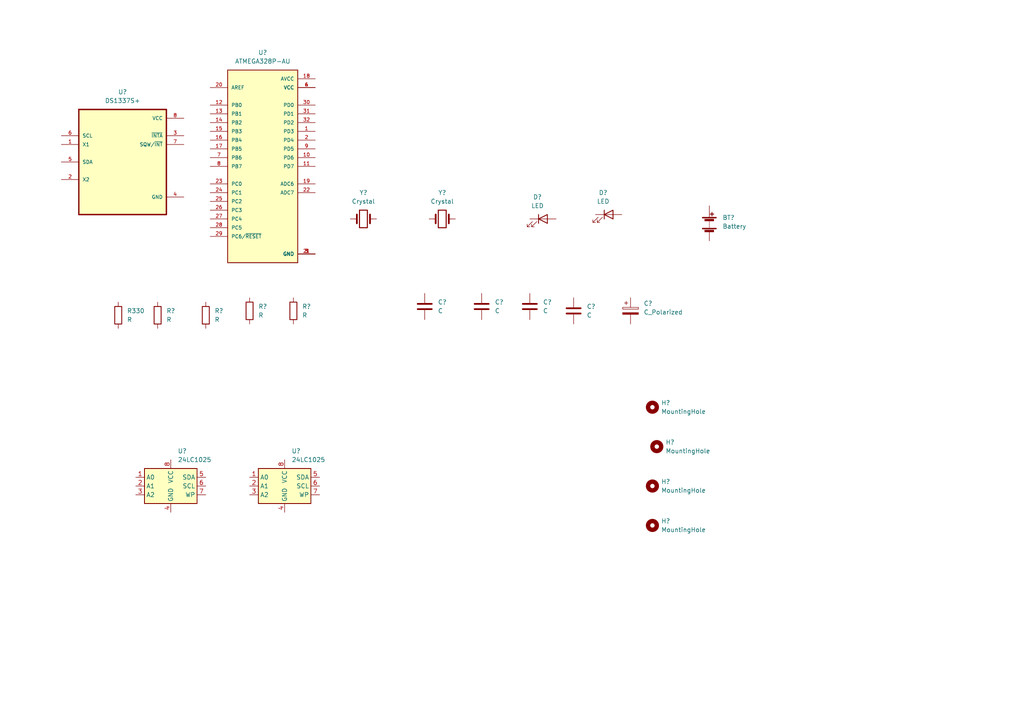
<source format=kicad_sch>
(kicad_sch (version 20211123) (generator eeschema)
  (paper "A4")
  (title_block (title "${project_name}") (date "2022-10-12") (rev "1"))
  (lib_symbols
    (symbol "ATMEGA328P-AU:ATMEGA328P-AU" (pin_names (offset 1.016))
      (property "Reference" "U" (at -10.1854 29.2608 0))
      (property "Value" "ATMEGA328P-AU" (at -10.16 -31.7754 0))
      (symbol "ATMEGA328P-AU_0_0"
        (rectangle (start -10.16 -27.94) (end 10.16 27.94) (stroke (width 0.254)) (fill (type background)))
        (pin bidirectional line (at 15.24 10.16 180) (length 5.08) (name "PD3") (number "1"))
        (pin bidirectional line (at 15.24 2.54 180) (length 5.08) (name "PD6") (number "10"))
        (pin bidirectional line (at 15.24 0 180) (length 5.08) (name "PD7") (number "11"))
        (pin bidirectional line (at -15.24 17.78 0) (length 5.08) (name "PB0") (number "12"))
        (pin bidirectional line (at -15.24 15.24 0) (length 5.08) (name "PB1") (number "13"))
        (pin bidirectional line (at -15.24 12.7 0) (length 5.08) (name "PB2") (number "14"))
        (pin bidirectional line (at -15.24 10.16 0) (length 5.08) (name "PB3") (number "15"))
        (pin bidirectional line (at -15.24 7.62 0) (length 5.08) (name "PB4") (number "16"))
        (pin bidirectional line (at -15.24 5.08 0) (length 5.08) (name "PB5") (number "17"))
        (pin power_in line (at 15.24 25.4 180) (length 5.08) (name "AVCC") (number "18"))
        (pin bidirectional line (at 15.24 -5.08 180) (length 5.08) (name "ADC6") (number "19"))
        (pin bidirectional line (at 15.24 7.62 180) (length 5.08) (name "PD4") (number "2"))
        (pin input line (at -15.24 22.86 0) (length 5.08) (name "AREF") (number "20"))
        (pin power_in line (at 15.24 -25.4 180) (length 5.08) (name "GND") (number "21"))
        (pin bidirectional line (at 15.24 -7.62 180) (length 5.08) (name "ADC7") (number "22"))
        (pin bidirectional line (at -15.24 -5.08 0) (length 5.08) (name "PC0") (number "23"))
        (pin bidirectional line (at -15.24 -7.62 0) (length 5.08) (name "PC1") (number "24"))
        (pin bidirectional line (at -15.24 -10.16 0) (length 5.08) (name "PC2") (number "25"))
        (pin bidirectional line (at -15.24 -12.7 0) (length 5.08) (name "PC3") (number "26"))
        (pin bidirectional line (at -15.24 -15.24 0) (length 5.08) (name "PC4") (number "27"))
        (pin bidirectional line (at -15.24 -17.78 0) (length 5.08) (name "PC5") (number "28"))
        (pin bidirectional line (at -15.24 -20.32 0) (length 5.08) (name "PC6/~{RESET}") (number "29"))
        (pin power_in line (at 15.24 -25.4 180) (length 5.08) (name "GND") (number "3"))
        (pin bidirectional line (at 15.24 17.78 180) (length 5.08) (name "PD0") (number "30"))
        (pin bidirectional line (at 15.24 15.24 180) (length 5.08) (name "PD1") (number "31"))
        (pin bidirectional line (at 15.24 12.7 180) (length 5.08) (name "PD2") (number "32"))
        (pin power_in line (at 15.24 22.86 180) (length 5.08) (name "VCC") (number "4"))
        (pin power_in line (at 15.24 -25.4 180) (length 5.08) (name "GND") (number "5"))
        (pin power_in line (at 15.24 22.86 180) (length 5.08) (name "VCC") (number "6"))
        (pin bidirectional line (at -15.24 2.54 0) (length 5.08) (name "PB6") (number "7"))
        (pin bidirectional line (at -15.24 0 0) (length 5.08) (name "PB7") (number "8"))
        (pin bidirectional line (at 15.24 5.08 180) (length 5.08) (name "PD5") (number "9"))
      )
    )
    (symbol "DS1337S_:DS1337S+" (pin_names (offset 1.016))
      (property "Reference" "U" (at -12.7 16.2306 0))
      (property "Value" "DS1337S+" (at -12.7 -19.2278 0))
      (symbol "DS1337S+_0_0"
        (rectangle (start -12.7 -15.24) (end 12.7 15.24) (stroke (width 0.4064)) (fill (type background)))
        (pin input line (at -17.78 5.08 0) (length 5.08) (name "X1") (number "1"))
        (pin bidirectional line (at -17.78 -5.08 0) (length 5.08) (name "X2") (number "2"))
        (pin output line (at 17.78 7.62 180) (length 5.08) (name "~{INTA}") (number "3"))
        (pin power_in line (at 17.78 -10.16 180) (length 5.08) (name "GND") (number "4"))
        (pin bidirectional line (at -17.78 0 0) (length 5.08) (name "SDA") (number "5"))
        (pin input line (at -17.78 7.62 0) (length 5.08) (name "SCL") (number "6"))
        (pin output line (at 17.78 5.08 180) (length 5.08) (name "SQW/~{INT}") (number "7"))
        (pin power_in line (at 17.78 12.7 180) (length 5.08) (name "VCC") (number "8"))
      )
    )
    (symbol "Device:Battery" (pin_numbers hide) (pin_names (offset 0) hide)
      (property "Reference" "BT" (at 2.54 2.54 0))
      (property "Value" "Battery" (at 2.54 0 0))
      (symbol "Battery_0_1"
        (rectangle (start -2.032 -1.397) (end 2.032 -1.651) (fill (type outline)))
        (rectangle (start -2.032 1.778) (end 2.032 1.524) (fill (type outline)))
        (rectangle (start -1.3208 -1.9812) (end 1.27 -2.4892) (fill (type outline)))
        (rectangle (start -1.3208 1.1938) (end 1.27 0.6858) (fill (type outline)))
        (polyline (pts (xy 0 -1.524) (xy 0 -1.27)))
        (polyline (pts (xy 0 -1.016) (xy 0 -0.762)))
        (polyline (pts (xy 0 -0.508) (xy 0 -0.254)))
        (polyline (pts (xy 0 0) (xy 0 0.254)))
        (polyline (pts (xy 0 0.508) (xy 0 0.762)))
        (polyline (pts (xy 0 1.778) (xy 0 2.54)))
        (polyline (pts (xy 0.254 2.667) (xy 1.27 2.667)) (stroke (width 0.254)))
        (polyline (pts (xy 0.762 3.175) (xy 0.762 2.159)) (stroke (width 0.254)))
      )
      (symbol "Battery_1_1"
        (pin passive line (at 0 5.08 270) (length 2.54) (name "+") (number "1"))
        (pin passive line (at 0 -5.08 90) (length 2.54) (name "-") (number "2"))
      )
    )
    (symbol "Device:C" (pin_numbers hide) (pin_names (offset 0.254))
      (property "Reference" "C" (at 0.635 2.54 0))
      (property "Value" "C" (at 0.635 -2.54 0))
      (symbol "C_0_1"
        (polyline (pts (xy -2.032 -0.762) (xy 2.032 -0.762)) (stroke (width 0.508)))
        (polyline (pts (xy -2.032 0.762) (xy 2.032 0.762)) (stroke (width 0.508)))
      )
      (symbol "C_1_1"
        (pin passive line (at 0 3.81 270) (length 2.794) (name "~") (number "1"))
        (pin passive line (at 0 -3.81 90) (length 2.794) (name "~") (number "2"))
      )
    )
    (symbol "Device:C_Polarized" (pin_numbers hide) (pin_names (offset 0.254))
      (property "Reference" "C" (at 0.635 2.54 0))
      (property "Value" "C_Polarized" (at 0.635 -2.54 0))
      (symbol "C_Polarized_0_1"
        (rectangle (start -2.286 0.508) (end 2.286 1.016))
        (polyline (pts (xy -1.778 2.286) (xy -0.762 2.286)))
        (polyline (pts (xy -1.27 2.794) (xy -1.27 1.778)))
        (rectangle (start 2.286 -0.508) (end -2.286 -1.016) (fill (type outline)))
      )
      (symbol "C_Polarized_1_1"
        (pin passive line (at 0 3.81 270) (length 2.794) (name "~") (number "1"))
        (pin passive line (at 0 -3.81 90) (length 2.794) (name "~") (number "2"))
      )
    )
    (symbol "Device:Crystal" (pin_numbers hide) (pin_names (offset 1.016) hide)
      (property "Reference" "Y" (at 0 3.81 0))
      (property "Value" "Crystal" (at 0 -3.81 0))
      (symbol "Crystal_0_1"
        (rectangle (start -1.143 2.54) (end 1.143 -2.54) (stroke (width 0.3048)))
        (polyline (pts (xy -2.54 0) (xy -1.905 0)))
        (polyline (pts (xy -1.905 -1.27) (xy -1.905 1.27)) (stroke (width 0.508)))
        (polyline (pts (xy 1.905 -1.27) (xy 1.905 1.27)) (stroke (width 0.508)))
        (polyline (pts (xy 2.54 0) (xy 1.905 0)))
      )
      (symbol "Crystal_1_1"
        (pin passive line (at -3.81 0 0) (length 1.27) (name "1") (number "1"))
        (pin passive line (at 3.81 0 180) (length 1.27) (name "2") (number "2"))
      )
    )
    (symbol "Device:LED" (pin_numbers hide) (pin_names (offset 1.016) hide)
      (property "Reference" "D" (at 0 2.54 0))
      (property "Value" "LED" (at 0 -2.54 0))
      (symbol "LED_0_1"
        (polyline (pts (xy -1.27 -1.27) (xy -1.27 1.27)) (stroke (width 0.254)))
        (polyline (pts (xy -1.27 0) (xy 1.27 0)))
        (polyline (pts (xy 1.27 -1.27) (xy 1.27 1.27) (xy -1.27 0) (xy 1.27 -1.27)) (stroke (width 0.254)))
        (polyline (pts (xy -3.048 -0.762) (xy -4.572 -2.286) (xy -3.81 -2.286) (xy -4.572 -2.286) (xy -4.572 -1.524)))
        (polyline (pts (xy -1.778 -0.762) (xy -3.302 -2.286) (xy -2.54 -2.286) (xy -3.302 -2.286) (xy -3.302 -1.524)))
      )
      (symbol "LED_1_1"
        (pin passive line (at -3.81 0 0) (length 2.54) (name "K") (number "1"))
        (pin passive line (at 3.81 0 180) (length 2.54) (name "A") (number "2"))
      )
    )
    (symbol "Device:R" (pin_numbers hide) (pin_names (offset 0))
      (property "Reference" "R" (at 2.032 0 90))
      (property "Value" "R" (at 0 0 90))
      (symbol "R_0_1"
        (rectangle (start -1.016 -2.54) (end 1.016 2.54) (stroke (width 0.254)))
      )
      (symbol "R_1_1"
        (pin passive line (at 0 3.81 270) (length 1.27) (name "~") (number "1"))
        (pin passive line (at 0 -3.81 90) (length 1.27) (name "~") (number "2"))
      )
    )
    (symbol "Mechanical:MountingHole" (pin_names (offset 1.016))
      (property "Reference" "H" (at 0 5.08 0))
      (property "Value" "MountingHole" (at 0 3.175 0))
      (symbol "MountingHole_0_1"
        (circle (center 0 0) (radius 1.27) (stroke (width 1.27)))
      )
    )
    (symbol "Memory_EEPROM:24LC1025"
      (property "Reference" "U" (at -6.35 6.35 0))
      (property "Value" "24LC1025" (at 1.27 6.35 0))
      (symbol "24LC1025_1_1"
        (rectangle (start -7.62 5.08) (end 7.62 -5.08) (stroke (width 0.254)) (fill (type background)))
        (pin input line (at -10.16 2.54 0) (length 2.54) (name "A0") (number "1"))
        (pin input line (at -10.16 0 0) (length 2.54) (name "A1") (number "2"))
        (pin input line (at -10.16 -2.54 0) (length 2.54) (name "A2") (number "3"))
        (pin power_in line (at 0 -7.62 90) (length 2.54) (name "GND") (number "4"))
        (pin bidirectional line (at 10.16 2.54 180) (length 2.54) (name "SDA") (number "5"))
        (pin input line (at 10.16 0 180) (length 2.54) (name "SCL") (number "6"))
        (pin input line (at 10.16 -2.54 180) (length 2.54) (name "WP") (number "7"))
        (pin power_in line (at 0 7.62 270) (length 2.54) (name "VCC") (number "8"))
      )
    )
  )
  (symbol (lib_id "Memory_EEPROM:24LC1025") (at 49.53 140.97 0) (unit 1)
    (property "Reference" "U?" (at 51.5494 130.81 0) (effects (justify left)))
    (property "Value" "24LC1025" (at 51.5494 133.35 0) (effects (justify left)))
    (property "Datasheet" "http://ww1.microchip.com/downloads/en/DeviceDoc/21941B.pdf" (effects hide))
  )
  (symbol (lib_id "Device:LED") (at 176.53 62.23 0) (unit 1)
    (property "Reference" "D?" (at 174.9425 55.88 0))
    (property "Value" "LED" (at 174.9425 58.42 0))
  )
  (symbol (lib_id "Device:C") (at 166.37 90.17 0) (unit 1)
    (property "Reference" "C?" (at 170.18 88.8999 0) (effects (justify left)))
    (property "Value" "C" (at 170.18 91.4399 0) (effects (justify left)))
  )
  (symbol (lib_id "Device:R") (at 34.29 91.44 0) (unit 1)
    (property "Reference" "R330" (at 36.83 90.1699 0) (effects (justify left)))
    (property "Value" "R" (at 36.83 92.7099 0) (effects (justify left)))
    (property "Footprint" "Resistor_THT:R_Axial_DIN0207_L6.3mm_D2.5mm_P10.16mm_Horizontal" (effects hide))
  )
  (symbol (lib_id "Mechanical:MountingHole") (at 190.5 129.54 0) (unit 1)
    (property "Reference" "H?" (at 193.04 128.2699 0) (effects (justify left)))
    (property "Value" "MountingHole" (at 193.04 130.8099 0) (effects (justify left)))
  )
  (symbol (lib_id "Device:C") (at 153.67 88.9 0) (unit 1)
    (property "Reference" "C?" (at 157.48 87.6299 0) (effects (justify left)))
    (property "Value" "C" (at 157.48 90.1699 0) (effects (justify left)))
  )
  (symbol (lib_id "Memory_EEPROM:24LC1025") (at 82.55 140.97 0) (unit 1)
    (property "Reference" "U?" (at 84.5694 130.81 0) (effects (justify left)))
    (property "Value" "24LC1025" (at 84.5694 133.35 0) (effects (justify left)))
    (property "Datasheet" "http://ww1.microchip.com/downloads/en/DeviceDoc/21941B.pdf" (effects hide))
  )
  (symbol (lib_id "Device:R") (at 59.69 91.44 0) (unit 1)
    (property "Reference" "R?" (at 62.23 90.1699 0) (effects (justify left)))
    (property "Value" "R" (at 62.23 92.7099 0) (effects (justify left)))
    (property "Footprint" "Resistor_THT:R_Axial_DIN0207_L6.3mm_D2.5mm_P10.16mm_Horizontal" (effects hide))
  )
  (symbol (lib_id "ATMEGA328P-AU:ATMEGA328P-AU") (at 76.2 48.26 0) (unit 1)
    (property "Reference" "U?" (at 76.2 15.24 0))
    (property "Value" "ATMEGA328P-AU" (at 76.2 17.78 0))
    (property "Footprint" "QFP80P900X900X120-32N" (effects hide))
    (property "MANUFACTURER" "Atmel" (effects hide))
  )
  (symbol (lib_id "Device:R") (at 85.09 90.17 0) (unit 1)
    (property "Reference" "R?" (at 87.63 88.8999 0) (effects (justify left)))
    (property "Value" "R" (at 87.63 91.4399 0) (effects (justify left)))
    (property "Footprint" "Resistor_THT:R_Axial_DIN0207_L6.3mm_D2.5mm_P10.16mm_Horizontal" (effects hide))
  )
  (symbol (lib_id "Device:C_Polarized") (at 182.88 90.17 0) (unit 1)
    (property "Reference" "C?" (at 186.69 88.0109 0) (effects (justify left)))
    (property "Value" "C_Polarized" (at 186.69 90.5509 0) (effects (justify left)))
  )
  (symbol (lib_id "Device:C") (at 139.7 88.9 0) (unit 1)
    (property "Reference" "C?" (at 143.51 87.6299 0) (effects (justify left)))
    (property "Value" "C" (at 143.51 90.1699 0) (effects (justify left)))
  )
  (symbol (lib_id "Mechanical:MountingHole") (at 189.23 140.97 0) (unit 1)
    (property "Reference" "H?" (at 191.77 139.6999 0) (effects (justify left)))
    (property "Value" "MountingHole" (at 191.77 142.2399 0) (effects (justify left)))
  )
  (symbol (lib_id "Mechanical:MountingHole") (at 189.23 152.4 0) (unit 1)
    (property "Reference" "H?" (at 191.77 151.1299 0) (effects (justify left)))
    (property "Value" "MountingHole" (at 191.77 153.6699 0) (effects (justify left)))
  )
  (symbol (lib_id "Device:Battery") (at 205.74 64.77 0) (unit 1)
    (property "Reference" "BT?" (at 209.55 63.1189 0) (effects (justify left)))
    (property "Value" "Battery" (at 209.55 65.6589 0) (effects (justify left)))
  )
  (symbol (lib_id "Device:LED") (at 157.48 63.5 0) (unit 1)
    (property "Reference" "D?" (at 155.8925 57.15 0))
    (property "Value" "LED" (at 155.8925 59.69 0))
  )
  (symbol (lib_id "Device:R") (at 72.39 90.17 0) (unit 1)
    (property "Reference" "R?" (at 74.93 88.8999 0) (effects (justify left)))
    (property "Value" "R" (at 74.93 91.4399 0) (effects (justify left)))
    (property "Footprint" "Resistor_THT:R_Axial_DIN0207_L6.3mm_D2.5mm_P10.16mm_Horizontal" (effects hide))
  )
  (symbol (lib_id "Mechanical:MountingHole") (at 189.23 118.11 0) (unit 1)
    (property "Reference" "H?" (at 191.77 116.8399 0) (effects (justify left)))
    (property "Value" "MountingHole" (at 191.77 119.3799 0) (effects (justify left)))
  )
  (symbol (lib_id "Device:Crystal") (at 105.41 63.5 0) (unit 1)
    (property "Reference" "Y?" (at 105.41 55.88 0))
    (property "Value" "Crystal" (at 105.41 58.42 0))
  )
  (symbol (lib_id "Device:C") (at 123.19 88.9 0) (unit 1)
    (property "Reference" "C?" (at 127 87.6299 0) (effects (justify left)))
    (property "Value" "C" (at 127 90.1699 0) (effects (justify left)))
  )
  (symbol (lib_id "Device:R") (at 45.72 91.44 0) (unit 1)
    (property "Reference" "R?" (at 48.26 90.1699 0) (effects (justify left)))
    (property "Value" "R" (at 48.26 92.7099 0) (effects (justify left)))
    (property "Footprint" "Resistor_THT:R_Axial_DIN0207_L6.3mm_D2.5mm_P10.16mm_Horizontal" (effects hide))
  )
  (symbol (lib_id "Device:Crystal") (at 128.27 63.5 0) (unit 1)
    (property "Reference" "Y?" (at 128.27 55.88 0))
    (property "Value" "Crystal" (at 128.27 58.42 0))
  )
  (symbol (lib_id "DS1337S_:DS1337S+") (at 35.56 46.99 0) (unit 1)
    (property "Reference" "U?" (at 35.56 26.67 0))
    (property "Value" "DS1337S+" (at 35.56 29.21 0))
    (property "Footprint" "SOIC127P600X175-8N" (effects hide))
  )
)
</source>
